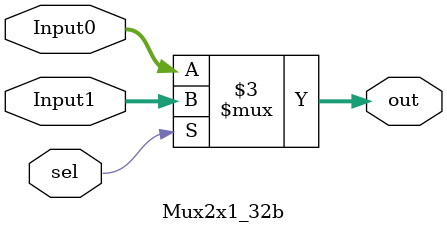
<source format=v>
module Mux2x1_32b(
input [31:0] Input0,
input [31:0] Input1,
input sel,
output reg [31:0] out);
always @ (*)
begin
if(sel)
out= Input1;
else
out= Input0;
end
endmodule

</source>
